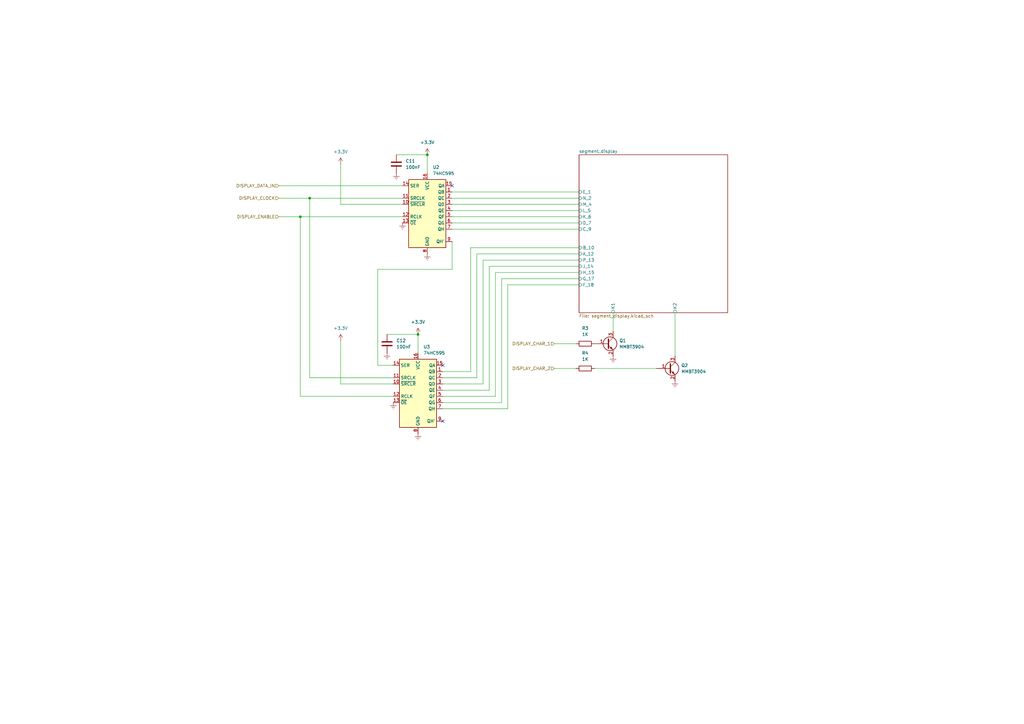
<source format=kicad_sch>
(kicad_sch (version 20250114) (generator "eeschema") (generator_version "9.0")
  (paper "A3")
  (lib_symbols
    (symbol "74xx:74HC595"
      (property "Reference" "U" (at -7.62 13.97 0))
      (property "Value" "74HC595" (at -7.62 -16.51 0))
      (symbol "74HC595_1_0"
        (pin input line (at -10.16 10.16 0) (length 2.54) (name "SER") (number "14"))
        (pin input line (at -10.16 5.08 0) (length 2.54) (name "SRCLK") (number "11"))
        (pin input line (at -10.16 2.54 0) (length 2.54) (name "~{SRCLR}") (number "10"))
        (pin input line (at -10.16 -2.54 0) (length 2.54) (name "RCLK") (number "12"))
        (pin input line (at -10.16 -5.08 0) (length 2.54) (name "~{OE}") (number "13"))
        (pin power_in line (at 0 15.24 270) (length 2.54) (name "VCC") (number "16"))
        (pin power_in line (at 0 -17.78 90) (length 2.54) (name "GND") (number "8"))
        (pin tri_state line (at 10.16 10.16 180) (length 2.54) (name "QA") (number "15"))
        (pin tri_state line (at 10.16 7.62 180) (length 2.54) (name "QB") (number "1"))
        (pin tri_state line (at 10.16 5.08 180) (length 2.54) (name "QC") (number "2"))
        (pin tri_state line (at 10.16 2.54 180) (length 2.54) (name "QD") (number "3"))
        (pin tri_state line (at 10.16 0 180) (length 2.54) (name "QE") (number "4"))
        (pin tri_state line (at 10.16 -2.54 180) (length 2.54) (name "QF") (number "5"))
        (pin tri_state line (at 10.16 -5.08 180) (length 2.54) (name "QG") (number "6"))
        (pin tri_state line (at 10.16 -7.62 180) (length 2.54) (name "QH") (number "7"))
        (pin output line (at 10.16 -12.7 180) (length 2.54) (name "QH'") (number "9"))
      )
      (symbol "74HC595_1_1"
        (rectangle (start -7.62 12.7) (end 7.62 -15.24) (stroke (width 0.254)) (fill (type background)))
      )
    )
    (symbol "Device:C" (pin_numbers (hide yes)) (pin_names (offset 0.254))
      (property "Reference" "C" (at 0.635 2.54 0))
      (property "Value" "C" (at 0.635 -2.54 0))
      (symbol "C_0_1"
        (polyline (pts (xy -2.032 0.762) (xy 2.032 0.762)) (stroke (width 0.508)))
        (polyline (pts (xy -2.032 -0.762) (xy 2.032 -0.762)) (stroke (width 0.508)))
      )
      (symbol "C_1_1"
        (pin passive line (at 0 3.81 270) (length 2.794) (name "~") (number "1"))
        (pin passive line (at 0 -3.81 90) (length 2.794) (name "~") (number "2"))
      )
    )
    (symbol "Device:R" (pin_numbers (hide yes)) (pin_names (offset 0))
      (property "Reference" "R" (at 2.032 0 90))
      (property "Value" "R" (at 0 0 90))
      (symbol "R_0_1"
        (rectangle (start -1.016 -2.54) (end 1.016 2.54) (stroke (width 0.254)))
      )
      (symbol "R_1_1"
        (pin passive line (at 0 3.81 270) (length 1.27) (name "~") (number "1"))
        (pin passive line (at 0 -3.81 90) (length 1.27) (name "~") (number "2"))
      )
    )
    (symbol "Transistor_BJT:MMBT3904" (pin_names (offset 0) (hide yes))
      (property "Reference" "Q" (at 5.08 1.905 0))
      (property "Value" "MMBT3904" (at 5.08 0 0))
      (symbol "MMBT3904_0_1"
        (polyline (pts (xy 0.635 1.905) (xy 0.635 -1.905) (xy 0.635 -1.905)) (stroke (width 0.508)))
        (polyline (pts (xy 0.635 0.635) (xy 2.54 2.54)))
        (polyline (pts (xy 0.635 -0.635) (xy 2.54 -2.54) (xy 2.54 -2.54)))
        (circle (center 1.27 0) (radius 2.8194) (stroke (width 0.254)))
        (polyline (pts (xy 1.27 -1.778) (xy 1.778 -1.27) (xy 2.286 -2.286) (xy 1.27 -1.778) (xy 1.27 -1.778)) (fill (type outline)))
      )
      (symbol "MMBT3904_1_1"
        (pin input line (at -5.08 0 0) (length 5.715) (name "B") (number "1"))
        (pin passive line (at 2.54 5.08 270) (length 2.54) (name "C") (number "3"))
        (pin passive line (at 2.54 -5.08 90) (length 2.54) (name "E") (number "2"))
      )
    )
    (symbol "power:+3.3V" (power) (pin_numbers (hide yes)) (pin_names (offset 0) (hide yes))
      (property "Value" "+3.3V" (at 0 3.556 0))
      (symbol "+3.3V_0_1"
        (polyline (pts (xy -0.762 1.27) (xy 0 2.54)))
        (polyline (pts (xy 0 2.54) (xy 0.762 1.27)))
        (polyline (pts (xy 0 0) (xy 0 2.54)))
      )
      (symbol "+3.3V_1_1"
        (pin power_in line (at 0 0 90) (length 0) (name "~") (number "1"))
      )
    )
    (symbol "power:GNDREF" (power) (pin_numbers (hide yes)) (pin_names (offset 0) (hide yes))
      (property "Value" "GNDREF" (at 0 -3.81 0))
      (symbol "GNDREF_0_1"
        (polyline (pts (xy -0.635 -1.905) (xy 0.635 -1.905)))
        (polyline (pts (xy -0.127 -2.54) (xy 0.127 -2.54)))
        (polyline (pts (xy 0 -1.27) (xy 0 0)))
        (polyline (pts (xy 1.27 -1.27) (xy -1.27 -1.27)))
      )
      (symbol "GNDREF_1_1"
        (pin power_in line (at 0 0 270) (length 0) (name "~") (number "1"))
      )
    )
  )
  (junction (at 175.26 63.5))
  (junction (at 127 81.28))
  (junction (at 171.45 137.16))
  (junction (at 123.19 88.9))
  (no_connect (at 185.42 76.2))
  (no_connect (at 181.61 149.86))
  (no_connect (at 181.61 172.72))
  (wire (pts (xy 195.58 104.14) (xy 237.49 104.14)))
  (wire (pts (xy 208.28 167.64) (xy 208.28 116.84)))
  (wire (pts (xy 181.61 165.1) (xy 205.74 165.1)))
  (wire (pts (xy 237.49 114.3) (xy 205.74 114.3)))
  (wire (pts (xy 127 81.28) (xy 127 154.94)))
  (wire (pts (xy 185.42 86.36) (xy 237.49 86.36)))
  (wire (pts (xy 114.3 88.9) (xy 123.19 88.9)))
  (wire (pts (xy 208.28 116.84) (xy 237.49 116.84)))
  (wire (pts (xy 227.33 140.97) (xy 236.22 140.97)))
  (wire (pts (xy 139.7 67.31) (xy 139.7 83.82)))
  (wire (pts (xy 181.61 154.94) (xy 195.58 154.94)))
  (wire (pts (xy 185.42 110.49) (xy 154.94 110.49)))
  (wire (pts (xy 127 81.28) (xy 165.1 81.28)))
  (wire (pts (xy 185.42 83.82) (xy 237.49 83.82)))
  (wire (pts (xy 154.94 149.86) (xy 161.29 149.86)))
  (wire (pts (xy 114.3 81.28) (xy 127 81.28)))
  (wire (pts (xy 185.42 78.74) (xy 237.49 78.74)))
  (wire (pts (xy 139.7 157.48) (xy 161.29 157.48)))
  (wire (pts (xy 193.04 101.6) (xy 193.04 152.4)))
  (wire (pts (xy 251.46 128.27) (xy 251.46 135.89)))
  (wire (pts (xy 200.66 160.02) (xy 200.66 109.22)))
  (wire (pts (xy 198.12 106.68) (xy 198.12 157.48)))
  (wire (pts (xy 154.94 110.49) (xy 154.94 149.86)))
  (wire (pts (xy 114.3 76.2) (xy 165.1 76.2)))
  (wire (pts (xy 185.42 88.9) (xy 237.49 88.9)))
  (wire (pts (xy 161.29 154.94) (xy 127 154.94)))
  (wire (pts (xy 171.45 137.16) (xy 158.75 137.16)))
  (wire (pts (xy 193.04 152.4) (xy 181.61 152.4)))
  (wire (pts (xy 276.86 128.27) (xy 276.86 146.05)))
  (wire (pts (xy 203.2 111.76) (xy 203.2 162.56)))
  (wire (pts (xy 198.12 157.48) (xy 181.61 157.48)))
  (wire (pts (xy 205.74 114.3) (xy 205.74 165.1)))
  (wire (pts (xy 181.61 167.64) (xy 208.28 167.64)))
  (wire (pts (xy 200.66 109.22) (xy 237.49 109.22)))
  (wire (pts (xy 198.12 106.68) (xy 237.49 106.68)))
  (wire (pts (xy 181.61 160.02) (xy 200.66 160.02)))
  (wire (pts (xy 139.7 139.7) (xy 139.7 157.48)))
  (wire (pts (xy 139.7 83.82) (xy 165.1 83.82)))
  (wire (pts (xy 185.42 91.44) (xy 237.49 91.44)))
  (wire (pts (xy 161.29 162.56) (xy 123.19 162.56)))
  (wire (pts (xy 185.42 93.98) (xy 237.49 93.98)))
  (wire (pts (xy 203.2 111.76) (xy 237.49 111.76)))
  (wire (pts (xy 227.33 151.13) (xy 236.22 151.13)))
  (wire (pts (xy 171.45 144.78) (xy 171.45 137.16)))
  (wire (pts (xy 203.2 162.56) (xy 181.61 162.56)))
  (wire (pts (xy 185.42 81.28) (xy 237.49 81.28)))
  (wire (pts (xy 123.19 88.9) (xy 165.1 88.9)))
  (wire (pts (xy 175.26 71.12) (xy 175.26 63.5)))
  (wire (pts (xy 175.26 63.5) (xy 162.56 63.5)))
  (wire (pts (xy 243.84 151.13) (xy 269.24 151.13)))
  (wire (pts (xy 123.19 88.9) (xy 123.19 162.56)))
  (wire (pts (xy 185.42 99.06) (xy 185.42 110.49)))
  (wire (pts (xy 195.58 154.94) (xy 195.58 104.14)))
  (wire (pts (xy 193.04 101.6) (xy 237.49 101.6)))
  (hierarchical_label "DISPLAY_CHAR_2" (shape input) (at 227.33 151.13 180))
  (hierarchical_label "DISPLAY_CLOCK" (shape input) (at 114.3 81.28 180))
  (hierarchical_label "DISPLAY_ENABLE" (shape input) (at 114.3 88.9 180))
  (hierarchical_label "DISPLAY_DATA_IN" (shape input) (at 114.3 76.2 180))
  (hierarchical_label "DISPLAY_CHAR_1" (shape input) (at 227.33 140.97 180))
  (symbol (lib_id "power:GNDREF") (at 165.1 91.44 0) (unit 1)
    (property "Reference" "#PWR021" (effects (hide yes)))
    (property "Value" "GNDREF" (effects (hide yes)))
    (property "Description" "Power symbol creates a global label with name \"GNDREF\" , reference supply ground" (effects (hide yes)))
  )
  (symbol (lib_id "power:+3.3V") (at 175.26 63.5 0) (unit 1)
    (property "Reference" "#PWR018" (effects (hide yes)))
    (property "Value" "+3.3V" (at 175.26 58.42 0))
    (property "Description" "Power symbol creates a global label with name \"+3.3V\"" (effects (hide yes)))
  )
  (symbol (lib_id "power:+3.3V") (at 139.7 139.7 0) (unit 1)
    (property "Reference" "#PWR024" (effects (hide yes)))
    (property "Value" "+3.3V" (at 139.7 134.62 0))
    (property "Description" "Power symbol creates a global label with name \"+3.3V\"" (effects (hide yes)))
  )
  (symbol (lib_id "Device:R") (at 240.03 140.97 270) (unit 1)
    (property "Reference" "R3" (at 240.03 134.62 90))
    (property "Value" "1K" (at 240.03 137.16 90))
    (property "Footprint" "Resistor_SMD:R_0805_2012Metric_Pad1.20x1.40mm_HandSolder" (effects (hide yes)))
    (property "Description" "Resistor" (effects (hide yes)))
  )
  (symbol (lib_id "power:GNDREF") (at 276.86 156.21 0) (unit 1)
    (property "Reference" "#PWR027" (effects (hide yes)))
    (property "Value" "GNDREF" (effects (hide yes)))
    (property "Description" "Power symbol creates a global label with name \"GNDREF\" , reference supply ground" (effects (hide yes)))
  )
  (symbol (lib_id "74xx:74HC595") (at 171.45 160.02 0) (unit 1)
    (property "Reference" "U3" (at 173.6441 142.24 0) (effects (justify left)))
    (property "Value" "74HC595" (at 173.6441 144.78 0) (effects (justify left)))
    (property "Footprint" "Synth:SOIC-16" (effects (hide yes)))
    (property "Datasheet" "http://www.ti.com/lit/ds/symlink/sn74hc595.pdf" (effects (hide yes)))
    (property "Description" "8-bit serial in/out Shift Register 3-State Outputs" (effects (hide yes)))
  )
  (symbol (lib_id "power:GNDREF") (at 251.46 146.05 0) (unit 1)
    (property "Reference" "#PWR026" (effects (hide yes)))
    (property "Value" "GNDREF" (effects (hide yes)))
    (property "Description" "Power symbol creates a global label with name \"GNDREF\" , reference supply ground" (effects (hide yes)))
  )
  (symbol (lib_id "power:GNDREF") (at 161.29 165.1 0) (unit 1)
    (property "Reference" "#PWR028" (effects (hide yes)))
    (property "Value" "GNDREF" (effects (hide yes)))
    (property "Description" "Power symbol creates a global label with name \"GNDREF\" , reference supply ground" (effects (hide yes)))
  )
  (symbol (lib_id "Device:R") (at 240.03 151.13 270) (unit 1)
    (property "Reference" "R4" (at 240.03 144.78 90))
    (property "Value" "1K" (at 240.03 147.32 90))
    (property "Footprint" "Resistor_SMD:R_0805_2012Metric_Pad1.20x1.40mm_HandSolder" (effects (hide yes)))
    (property "Description" "Resistor" (effects (hide yes)))
  )
  (symbol (lib_id "74xx:74HC595") (at 175.26 86.36 0) (unit 1)
    (property "Reference" "U2" (at 177.4541 68.58 0) (effects (justify left)))
    (property "Value" "74HC595" (at 177.4541 71.12 0) (effects (justify left)))
    (property "Footprint" "Synth:SOIC-16" (effects (hide yes)))
    (property "Datasheet" "http://www.ti.com/lit/ds/symlink/sn74hc595.pdf" (effects (hide yes)))
    (property "Description" "8-bit serial in/out Shift Register 3-State Outputs" (effects (hide yes)))
  )
  (symbol (lib_id "Device:C") (at 158.75 140.97 0) (unit 1)
    (property "Reference" "C12" (at 162.56 139.6999 0) (effects (justify left)))
    (property "Value" "100nF" (at 162.56 142.2399 0) (effects (justify left)))
    (property "Footprint" "Capacitor_SMD:C_0805_2012Metric_Pad1.18x1.45mm_HandSolder" (effects (hide yes)))
    (property "Description" "Unpolarized capacitor" (effects (hide yes)))
  )
  (symbol (lib_id "power:+3.3V") (at 171.45 137.16 0) (unit 1)
    (property "Reference" "#PWR023" (effects (hide yes)))
    (property "Value" "+3.3V" (at 171.45 132.08 0))
    (property "Description" "Power symbol creates a global label with name \"+3.3V\"" (effects (hide yes)))
  )
  (symbol (lib_id "Transistor_BJT:MMBT3904") (at 274.32 151.13 0) (unit 1)
    (property "Reference" "Q2" (at 279.4 149.8599 0) (effects (justify left)))
    (property "Value" "MMBT3904" (at 279.4 152.3999 0) (effects (justify left)))
    (property "Footprint" "Package_TO_SOT_SMD:SOT-23" (effects (hide yes)))
    (property "Datasheet" "https://www.onsemi.com/pdf/datasheet/pzt3904-d.pdf" (effects (hide yes)))
    (property "Description" "0.2A Ic, 40V Vce, Small Signal NPN Transistor, SOT-23" (effects (hide yes)))
  )
  (symbol (lib_id "power:GNDREF") (at 162.56 71.12 0) (unit 1)
    (property "Reference" "#PWR020" (effects (hide yes)))
    (property "Value" "GNDREF" (effects (hide yes)))
    (property "Description" "Power symbol creates a global label with name \"GNDREF\" , reference supply ground" (effects (hide yes)))
  )
  (symbol (lib_id "power:GNDREF") (at 175.26 104.14 0) (unit 1)
    (property "Reference" "#PWR022" (effects (hide yes)))
    (property "Value" "GNDREF" (effects (hide yes)))
    (property "Description" "Power symbol creates a global label with name \"GNDREF\" , reference supply ground" (effects (hide yes)))
  )
  (symbol (lib_id "power:+3.3V") (at 139.7 67.31 0) (unit 1)
    (property "Reference" "#PWR019" (effects (hide yes)))
    (property "Value" "+3.3V" (at 139.7 62.23 0))
    (property "Description" "Power symbol creates a global label with name \"+3.3V\"" (effects (hide yes)))
  )
  (symbol (lib_id "power:GNDREF") (at 158.75 144.78 0) (unit 1)
    (property "Reference" "#PWR025" (effects (hide yes)))
    (property "Value" "GNDREF" (effects (hide yes)))
    (property "Description" "Power symbol creates a global label with name \"GNDREF\" , reference supply ground" (effects (hide yes)))
  )
  (symbol (lib_id "Device:C") (at 162.56 67.31 0) (unit 1)
    (property "Reference" "C11" (at 166.37 66.0399 0) (effects (justify left)))
    (property "Value" "100nF" (at 166.37 68.5799 0) (effects (justify left)))
    (property "Footprint" "Capacitor_SMD:C_0805_2012Metric_Pad1.18x1.45mm_HandSolder" (effects (hide yes)))
    (property "Description" "Unpolarized capacitor" (effects (hide yes)))
  )
  (symbol (lib_id "power:GNDREF") (at 171.45 177.8 0) (unit 1)
    (property "Reference" "#PWR029" (effects (hide yes)))
    (property "Value" "GNDREF" (effects (hide yes)))
    (property "Description" "Power symbol creates a global label with name \"GNDREF\" , reference supply ground" (effects (hide yes)))
  )
  (symbol (lib_id "Transistor_BJT:MMBT3904") (at 248.92 140.97 0) (unit 1)
    (property "Reference" "Q1" (at 254 139.6999 0) (effects (justify left)))
    (property "Value" "MMBT3904" (at 254 142.2399 0) (effects (justify left)))
    (property "Footprint" "Package_TO_SOT_SMD:SOT-23" (effects (hide yes)))
    (property "Datasheet" "https://www.onsemi.com/pdf/datasheet/pzt3904-d.pdf" (effects (hide yes)))
    (property "Description" "0.2A Ic, 40V Vce, Small Signal NPN Transistor, SOT-23" (effects (hide yes)))
  )
  (sheet (at 237.49 63.5) (size 60.96 64.77) (stroke (width 0.1524))
    (property "Sheetname" "segment_display" (at 237.49 62.7884 0) (effects (justify left bottom)))
    (property "Sheetfile" "segment_display.kicad_sch" (at 237.49 128.8546 0) (effects (justify left top)))
    (pin "F_18" input (at 237.49 116.84 180))
    (pin "D_7" input (at 237.49 91.44 180))
    (pin "E_1" input (at 237.49 78.74 180))
    (pin "A_12" input (at 237.49 104.14 180))
    (pin "B_10" input (at 237.49 101.6 180))
    (pin "C_9" input (at 237.49 93.98 180))
    (pin "G_17" input (at 237.49 114.3 180))
    (pin "H_15" input (at 237.49 111.76 180))
    (pin "J_14" input (at 237.49 109.22 180))
    (pin "N_2" input (at 237.49 81.28 180))
    (pin "M_4" input (at 237.49 83.82 180))
    (pin "K1" input (at 251.46 128.27 270))
    (pin "K2" input (at 276.86 128.27 270))
    (pin "P_13" input (at 237.49 106.68 180))
    (pin "K_6" input (at 237.49 88.9 180))
    (pin "L_5" input (at 237.49 86.36 180))
  )
)
</source>
